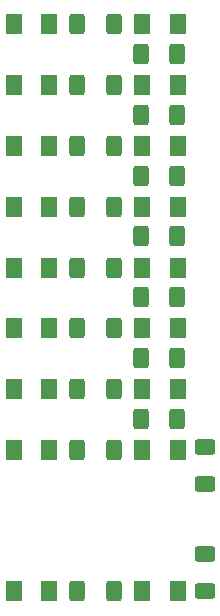
<source format=gbr>
%TF.GenerationSoftware,KiCad,Pcbnew,(6.0.6)*%
%TF.CreationDate,2022-11-26T14:52:17+01:00*%
%TF.ProjectId,wt,77742e6b-6963-4616-945f-706362585858,rev?*%
%TF.SameCoordinates,Original*%
%TF.FileFunction,Paste,Top*%
%TF.FilePolarity,Positive*%
%FSLAX46Y46*%
G04 Gerber Fmt 4.6, Leading zero omitted, Abs format (unit mm)*
G04 Created by KiCad (PCBNEW (6.0.6)) date 2022-11-26 14:52:17*
%MOMM*%
%LPD*%
G01*
G04 APERTURE LIST*
G04 Aperture macros list*
%AMRoundRect*
0 Rectangle with rounded corners*
0 $1 Rounding radius*
0 $2 $3 $4 $5 $6 $7 $8 $9 X,Y pos of 4 corners*
0 Add a 4 corners polygon primitive as box body*
4,1,4,$2,$3,$4,$5,$6,$7,$8,$9,$2,$3,0*
0 Add four circle primitives for the rounded corners*
1,1,$1+$1,$2,$3*
1,1,$1+$1,$4,$5*
1,1,$1+$1,$6,$7*
1,1,$1+$1,$8,$9*
0 Add four rect primitives between the rounded corners*
20,1,$1+$1,$2,$3,$4,$5,0*
20,1,$1+$1,$4,$5,$6,$7,0*
20,1,$1+$1,$6,$7,$8,$9,0*
20,1,$1+$1,$8,$9,$2,$3,0*%
G04 Aperture macros list end*
%ADD10RoundRect,0.250000X-0.400000X-0.625000X0.400000X-0.625000X0.400000X0.625000X-0.400000X0.625000X0*%
%ADD11RoundRect,0.250001X-0.462499X-0.624999X0.462499X-0.624999X0.462499X0.624999X-0.462499X0.624999X0*%
%ADD12RoundRect,0.250000X-0.625000X0.400000X-0.625000X-0.400000X0.625000X-0.400000X0.625000X0.400000X0*%
%ADD13RoundRect,0.250000X0.625000X-0.400000X0.625000X0.400000X-0.625000X0.400000X-0.625000X-0.400000X0*%
G04 APERTURE END LIST*
D10*
%TO.C,R65*%
X106679400Y-51817630D03*
X109779400Y-51817630D03*
%TD*%
D11*
%TO.C,D11*%
X101280834Y-14138777D03*
X104255834Y-14138777D03*
%TD*%
D10*
%TO.C,R53*%
X106679400Y-24442623D03*
X109779400Y-24442623D03*
%TD*%
D11*
%TO.C,D20*%
X112177500Y-19286554D03*
X115152500Y-19286554D03*
%TD*%
%TO.C,D17*%
X112177500Y-3843223D03*
X115152500Y-3843223D03*
%TD*%
%TO.C,D25*%
X101280834Y-51809338D03*
X104255834Y-51809338D03*
%TD*%
%TO.C,D10*%
X101280834Y-8991000D03*
X104255834Y-8991000D03*
%TD*%
%TO.C,D22*%
X112177500Y-29582108D03*
X115152500Y-29582108D03*
%TD*%
%TO.C,D14*%
X101280834Y-29582108D03*
X104255834Y-29582108D03*
%TD*%
D10*
%TO.C,R54*%
X106679400Y-29590400D03*
X109779400Y-29590400D03*
%TD*%
D11*
%TO.C,D16*%
X101280834Y-39877662D03*
X104255834Y-39877662D03*
%TD*%
%TO.C,D26*%
X112177500Y-51809338D03*
X115152500Y-51809338D03*
%TD*%
D10*
%TO.C,R56*%
X106679400Y-39885954D03*
X109779400Y-39885954D03*
%TD*%
D11*
%TO.C,D18*%
X112177500Y-8991000D03*
X115152500Y-8991000D03*
%TD*%
D10*
%TO.C,R52*%
X106679400Y-19294846D03*
X109779400Y-19294846D03*
%TD*%
%TO.C,R58*%
X112038800Y-11496915D03*
X115138800Y-11496915D03*
%TD*%
D11*
%TO.C,D21*%
X112177500Y-24434331D03*
X115152500Y-24434331D03*
%TD*%
D10*
%TO.C,R55*%
X106679400Y-34738177D03*
X109779400Y-34738177D03*
%TD*%
D11*
%TO.C,D24*%
X112177500Y-39877662D03*
X115152500Y-39877662D03*
%TD*%
%TO.C,D19*%
X112177500Y-14138777D03*
X115152500Y-14138777D03*
%TD*%
D10*
%TO.C,R61*%
X112038800Y-26940246D03*
X115138800Y-26940246D03*
%TD*%
%TO.C,R63*%
X112038800Y-37235800D03*
X115138800Y-37235800D03*
%TD*%
D11*
%TO.C,D15*%
X101280834Y-34729885D03*
X104255834Y-34729885D03*
%TD*%
D10*
%TO.C,R49*%
X106679400Y-3851515D03*
X109779400Y-3851515D03*
%TD*%
%TO.C,R50*%
X106679400Y-8999292D03*
X109779400Y-8999292D03*
%TD*%
%TO.C,R62*%
X112038800Y-32088023D03*
X115138800Y-32088023D03*
%TD*%
%TO.C,R60*%
X112038800Y-21792469D03*
X115138800Y-21792469D03*
%TD*%
D11*
%TO.C,D12*%
X101280834Y-19286554D03*
X104255834Y-19286554D03*
%TD*%
D10*
%TO.C,R51*%
X106679400Y-14147069D03*
X109779400Y-14147069D03*
%TD*%
D11*
%TO.C,D13*%
X101280834Y-24434331D03*
X104255834Y-24434331D03*
%TD*%
D10*
%TO.C,R57*%
X112038800Y-6349138D03*
X115138800Y-6349138D03*
%TD*%
D11*
%TO.C,D9*%
X101280834Y-3843223D03*
X104255834Y-3843223D03*
%TD*%
D12*
%TO.C,R64*%
X117475000Y-39648200D03*
X117475000Y-42748200D03*
%TD*%
D11*
%TO.C,D23*%
X112177500Y-34729885D03*
X115152500Y-34729885D03*
%TD*%
D13*
%TO.C,R66*%
X117449600Y-51790600D03*
X117449600Y-48690600D03*
%TD*%
D10*
%TO.C,R59*%
X112038800Y-16644692D03*
X115138800Y-16644692D03*
%TD*%
M02*

</source>
